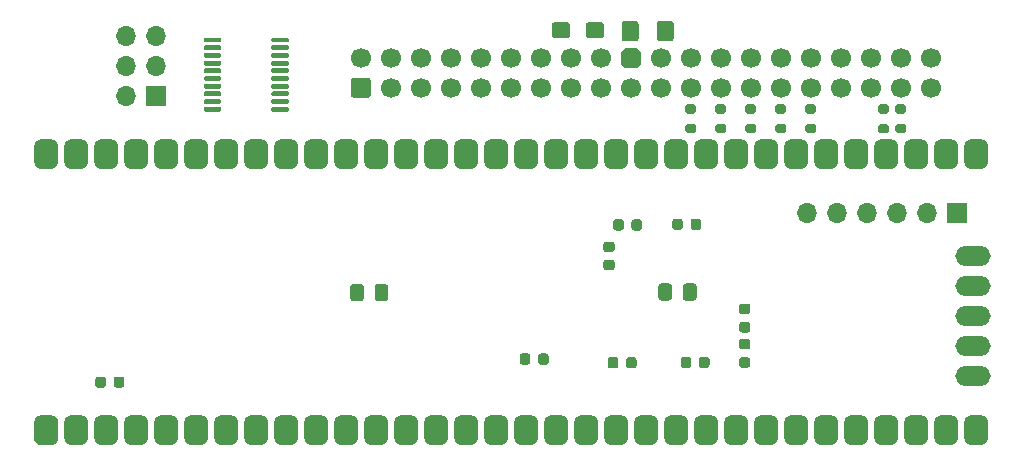
<source format=gbs>
G04 #@! TF.GenerationSoftware,KiCad,Pcbnew,9.0.1+1*
G04 #@! TF.CreationDate,2025-12-04T05:02:16+00:00*
G04 #@! TF.ProjectId,RIDE,52494445-2e6b-4696-9361-645f70636258,rev?*
G04 #@! TF.SameCoordinates,Original*
G04 #@! TF.FileFunction,Soldermask,Bot*
G04 #@! TF.FilePolarity,Negative*
%FSLAX46Y46*%
G04 Gerber Fmt 4.6, Leading zero omitted, Abs format (unit mm)*
G04 Created by KiCad (PCBNEW 9.0.1+1) date 2025-12-04 05:02:16*
%MOMM*%
%LPD*%
G01*
G04 APERTURE LIST*
%ADD10C,1.700000*%
%ADD11O,2.997200X1.676400*%
%ADD12R,1.700000X1.700000*%
%ADD13O,1.700000X1.700000*%
G04 APERTURE END LIST*
G36*
G01*
X29095601Y29893503D02*
X27895601Y29893503D01*
G75*
G02*
X27645601Y30143503I0J250000D01*
G01*
X27645601Y31343503D01*
G75*
G02*
X27895601Y31593503I250000J0D01*
G01*
X29095601Y31593503D01*
G75*
G02*
X29345601Y31343503I0J-250000D01*
G01*
X29345601Y30143503D01*
G75*
G02*
X29095601Y29893503I-250000J0D01*
G01*
G37*
D10*
X28495601Y33283503D03*
X31035601Y30743503D03*
X31035601Y33283503D03*
X33575601Y30743503D03*
X33575601Y33283503D03*
X36115601Y30743503D03*
X36115601Y33283503D03*
X38655601Y30743503D03*
X38655601Y33283503D03*
X41195601Y30743503D03*
X41195601Y33283503D03*
X43735601Y30743503D03*
X43735601Y33283503D03*
X46275601Y30743503D03*
X46275601Y33283503D03*
X48815601Y30743503D03*
X48815601Y33283503D03*
X51355601Y30743503D03*
G36*
X50845601Y32433503D02*
G01*
X50505601Y32773503D01*
X50505601Y33793503D01*
X50845601Y34133503D01*
X51865601Y34133503D01*
X52205601Y33793503D01*
X52205601Y32773503D01*
X51865601Y32433503D01*
X50845601Y32433503D01*
G37*
X53895601Y30743503D03*
X53895601Y33283503D03*
X56435601Y30743503D03*
X56435601Y33283503D03*
X58975601Y30743503D03*
X58975601Y33283503D03*
X61515601Y30743503D03*
X61515601Y33283503D03*
X64055601Y30743503D03*
X64055601Y33283503D03*
X66595601Y30743503D03*
X66595601Y33283503D03*
X69135601Y30743503D03*
X69135601Y33283503D03*
X71675601Y30743503D03*
X71675601Y33283503D03*
X74215601Y30743503D03*
X74215601Y33283503D03*
X76755601Y30743503D03*
X76755601Y33283503D03*
D11*
X80289400Y6324600D03*
X80289400Y8864600D03*
X80289400Y11404600D03*
X80289400Y13944600D03*
X80289400Y16484600D03*
D12*
X78941512Y20116800D03*
D13*
X76401512Y20116800D03*
X73861512Y20116800D03*
X71321512Y20116800D03*
X68781512Y20116800D03*
X66241512Y20116800D03*
G36*
X1253150Y509103D02*
G01*
X856910Y905343D01*
X856910Y2515703D01*
X867939Y2618287D01*
X915942Y2746989D01*
X998260Y2856953D01*
X1108224Y2939271D01*
X1236926Y2987274D01*
X1339510Y2998303D01*
X2355510Y2998303D01*
X2458094Y2987274D01*
X2586796Y2939271D01*
X2696760Y2856953D01*
X2779078Y2746989D01*
X2827081Y2618287D01*
X2838110Y2515703D01*
X2838110Y991703D01*
X2827081Y889119D01*
X2779078Y760417D01*
X2696760Y650453D01*
X2586796Y568135D01*
X2458094Y520132D01*
X2355510Y509103D01*
X1253150Y509103D01*
G37*
G36*
G01*
X4895510Y509103D02*
X3879510Y509103D01*
G75*
G02*
X3396910Y991703I0J482600D01*
G01*
X3396910Y2515703D01*
G75*
G02*
X3879510Y2998303I482600J0D01*
G01*
X4895510Y2998303D01*
G75*
G02*
X5378110Y2515703I0J-482600D01*
G01*
X5378110Y991703D01*
G75*
G02*
X4895510Y509103I-482600J0D01*
G01*
G37*
G36*
G01*
X7435510Y509103D02*
X6419510Y509103D01*
G75*
G02*
X5936910Y991703I0J482600D01*
G01*
X5936910Y2515703D01*
G75*
G02*
X6419510Y2998303I482600J0D01*
G01*
X7435510Y2998303D01*
G75*
G02*
X7918110Y2515703I0J-482600D01*
G01*
X7918110Y991703D01*
G75*
G02*
X7435510Y509103I-482600J0D01*
G01*
G37*
G36*
G01*
X9975510Y509103D02*
X8959510Y509103D01*
G75*
G02*
X8476910Y991703I0J482600D01*
G01*
X8476910Y2515703D01*
G75*
G02*
X8959510Y2998303I482600J0D01*
G01*
X9975510Y2998303D01*
G75*
G02*
X10458110Y2515703I0J-482600D01*
G01*
X10458110Y991703D01*
G75*
G02*
X9975510Y509103I-482600J0D01*
G01*
G37*
G36*
G01*
X12515510Y509103D02*
X11499510Y509103D01*
G75*
G02*
X11016910Y991703I0J482600D01*
G01*
X11016910Y2515703D01*
G75*
G02*
X11499510Y2998303I482600J0D01*
G01*
X12515510Y2998303D01*
G75*
G02*
X12998110Y2515703I0J-482600D01*
G01*
X12998110Y991703D01*
G75*
G02*
X12515510Y509103I-482600J0D01*
G01*
G37*
G36*
G01*
X15055510Y509103D02*
X14039510Y509103D01*
G75*
G02*
X13556910Y991703I0J482600D01*
G01*
X13556910Y2515703D01*
G75*
G02*
X14039510Y2998303I482600J0D01*
G01*
X15055510Y2998303D01*
G75*
G02*
X15538110Y2515703I0J-482600D01*
G01*
X15538110Y991703D01*
G75*
G02*
X15055510Y509103I-482600J0D01*
G01*
G37*
G36*
G01*
X17595510Y509103D02*
X16579510Y509103D01*
G75*
G02*
X16096910Y991703I0J482600D01*
G01*
X16096910Y2515703D01*
G75*
G02*
X16579510Y2998303I482600J0D01*
G01*
X17595510Y2998303D01*
G75*
G02*
X18078110Y2515703I0J-482600D01*
G01*
X18078110Y991703D01*
G75*
G02*
X17595510Y509103I-482600J0D01*
G01*
G37*
G36*
G01*
X20135510Y509103D02*
X19119510Y509103D01*
G75*
G02*
X18636910Y991703I0J482600D01*
G01*
X18636910Y2515703D01*
G75*
G02*
X19119510Y2998303I482600J0D01*
G01*
X20135510Y2998303D01*
G75*
G02*
X20618110Y2515703I0J-482600D01*
G01*
X20618110Y991703D01*
G75*
G02*
X20135510Y509103I-482600J0D01*
G01*
G37*
G36*
G01*
X22675510Y509103D02*
X21659510Y509103D01*
G75*
G02*
X21176910Y991703I0J482600D01*
G01*
X21176910Y2515703D01*
G75*
G02*
X21659510Y2998303I482600J0D01*
G01*
X22675510Y2998303D01*
G75*
G02*
X23158110Y2515703I0J-482600D01*
G01*
X23158110Y991703D01*
G75*
G02*
X22675510Y509103I-482600J0D01*
G01*
G37*
G36*
G01*
X25215510Y509103D02*
X24199510Y509103D01*
G75*
G02*
X23716910Y991703I0J482600D01*
G01*
X23716910Y2515703D01*
G75*
G02*
X24199510Y2998303I482600J0D01*
G01*
X25215510Y2998303D01*
G75*
G02*
X25698110Y2515703I0J-482600D01*
G01*
X25698110Y991703D01*
G75*
G02*
X25215510Y509103I-482600J0D01*
G01*
G37*
G36*
G01*
X27755510Y509103D02*
X26739510Y509103D01*
G75*
G02*
X26256910Y991703I0J482600D01*
G01*
X26256910Y2515703D01*
G75*
G02*
X26739510Y2998303I482600J0D01*
G01*
X27755510Y2998303D01*
G75*
G02*
X28238110Y2515703I0J-482600D01*
G01*
X28238110Y991703D01*
G75*
G02*
X27755510Y509103I-482600J0D01*
G01*
G37*
G36*
G01*
X30295510Y509103D02*
X29279510Y509103D01*
G75*
G02*
X28796910Y991703I0J482600D01*
G01*
X28796910Y2515703D01*
G75*
G02*
X29279510Y2998303I482600J0D01*
G01*
X30295510Y2998303D01*
G75*
G02*
X30778110Y2515703I0J-482600D01*
G01*
X30778110Y991703D01*
G75*
G02*
X30295510Y509103I-482600J0D01*
G01*
G37*
G36*
G01*
X32835510Y509103D02*
X31819510Y509103D01*
G75*
G02*
X31336910Y991703I0J482600D01*
G01*
X31336910Y2515703D01*
G75*
G02*
X31819510Y2998303I482600J0D01*
G01*
X32835510Y2998303D01*
G75*
G02*
X33318110Y2515703I0J-482600D01*
G01*
X33318110Y991703D01*
G75*
G02*
X32835510Y509103I-482600J0D01*
G01*
G37*
G36*
G01*
X35375510Y509103D02*
X34359510Y509103D01*
G75*
G02*
X33876910Y991703I0J482600D01*
G01*
X33876910Y2515703D01*
G75*
G02*
X34359510Y2998303I482600J0D01*
G01*
X35375510Y2998303D01*
G75*
G02*
X35858110Y2515703I0J-482600D01*
G01*
X35858110Y991703D01*
G75*
G02*
X35375510Y509103I-482600J0D01*
G01*
G37*
G36*
G01*
X37915510Y509103D02*
X36899510Y509103D01*
G75*
G02*
X36416910Y991703I0J482600D01*
G01*
X36416910Y2515703D01*
G75*
G02*
X36899510Y2998303I482600J0D01*
G01*
X37915510Y2998303D01*
G75*
G02*
X38398110Y2515703I0J-482600D01*
G01*
X38398110Y991703D01*
G75*
G02*
X37915510Y509103I-482600J0D01*
G01*
G37*
G36*
G01*
X40455510Y509103D02*
X39439510Y509103D01*
G75*
G02*
X38956910Y991703I0J482600D01*
G01*
X38956910Y2515703D01*
G75*
G02*
X39439510Y2998303I482600J0D01*
G01*
X40455510Y2998303D01*
G75*
G02*
X40938110Y2515703I0J-482600D01*
G01*
X40938110Y991703D01*
G75*
G02*
X40455510Y509103I-482600J0D01*
G01*
G37*
G36*
G01*
X42995510Y509103D02*
X41979510Y509103D01*
G75*
G02*
X41496910Y991703I0J482600D01*
G01*
X41496910Y2515703D01*
G75*
G02*
X41979510Y2998303I482600J0D01*
G01*
X42995510Y2998303D01*
G75*
G02*
X43478110Y2515703I0J-482600D01*
G01*
X43478110Y991703D01*
G75*
G02*
X42995510Y509103I-482600J0D01*
G01*
G37*
G36*
G01*
X45535510Y509103D02*
X44519510Y509103D01*
G75*
G02*
X44036910Y991703I0J482600D01*
G01*
X44036910Y2515703D01*
G75*
G02*
X44519510Y2998303I482600J0D01*
G01*
X45535510Y2998303D01*
G75*
G02*
X46018110Y2515703I0J-482600D01*
G01*
X46018110Y991703D01*
G75*
G02*
X45535510Y509103I-482600J0D01*
G01*
G37*
G36*
G01*
X48075510Y509103D02*
X47059510Y509103D01*
G75*
G02*
X46576910Y991703I0J482600D01*
G01*
X46576910Y2515703D01*
G75*
G02*
X47059510Y2998303I482600J0D01*
G01*
X48075510Y2998303D01*
G75*
G02*
X48558110Y2515703I0J-482600D01*
G01*
X48558110Y991703D01*
G75*
G02*
X48075510Y509103I-482600J0D01*
G01*
G37*
G36*
G01*
X50615510Y509103D02*
X49599510Y509103D01*
G75*
G02*
X49116910Y991703I0J482600D01*
G01*
X49116910Y2515703D01*
G75*
G02*
X49599510Y2998303I482600J0D01*
G01*
X50615510Y2998303D01*
G75*
G02*
X51098110Y2515703I0J-482600D01*
G01*
X51098110Y991703D01*
G75*
G02*
X50615510Y509103I-482600J0D01*
G01*
G37*
G36*
G01*
X53155510Y509103D02*
X52139510Y509103D01*
G75*
G02*
X51656910Y991703I0J482600D01*
G01*
X51656910Y2515703D01*
G75*
G02*
X52139510Y2998303I482600J0D01*
G01*
X53155510Y2998303D01*
G75*
G02*
X53638110Y2515703I0J-482600D01*
G01*
X53638110Y991703D01*
G75*
G02*
X53155510Y509103I-482600J0D01*
G01*
G37*
G36*
G01*
X55695510Y509103D02*
X54679510Y509103D01*
G75*
G02*
X54196910Y991703I0J482600D01*
G01*
X54196910Y2515703D01*
G75*
G02*
X54679510Y2998303I482600J0D01*
G01*
X55695510Y2998303D01*
G75*
G02*
X56178110Y2515703I0J-482600D01*
G01*
X56178110Y991703D01*
G75*
G02*
X55695510Y509103I-482600J0D01*
G01*
G37*
G36*
G01*
X58235510Y509103D02*
X57219510Y509103D01*
G75*
G02*
X56736910Y991703I0J482600D01*
G01*
X56736910Y2515703D01*
G75*
G02*
X57219510Y2998303I482600J0D01*
G01*
X58235510Y2998303D01*
G75*
G02*
X58718110Y2515703I0J-482600D01*
G01*
X58718110Y991703D01*
G75*
G02*
X58235510Y509103I-482600J0D01*
G01*
G37*
G36*
G01*
X60775510Y509103D02*
X59759510Y509103D01*
G75*
G02*
X59276910Y991703I0J482600D01*
G01*
X59276910Y2515703D01*
G75*
G02*
X59759510Y2998303I482600J0D01*
G01*
X60775510Y2998303D01*
G75*
G02*
X61258110Y2515703I0J-482600D01*
G01*
X61258110Y991703D01*
G75*
G02*
X60775510Y509103I-482600J0D01*
G01*
G37*
G36*
G01*
X63315510Y509103D02*
X62299510Y509103D01*
G75*
G02*
X61816910Y991703I0J482600D01*
G01*
X61816910Y2515703D01*
G75*
G02*
X62299510Y2998303I482600J0D01*
G01*
X63315510Y2998303D01*
G75*
G02*
X63798110Y2515703I0J-482600D01*
G01*
X63798110Y991703D01*
G75*
G02*
X63315510Y509103I-482600J0D01*
G01*
G37*
G36*
G01*
X65855510Y509103D02*
X64839510Y509103D01*
G75*
G02*
X64356910Y991703I0J482600D01*
G01*
X64356910Y2515703D01*
G75*
G02*
X64839510Y2998303I482600J0D01*
G01*
X65855510Y2998303D01*
G75*
G02*
X66338110Y2515703I0J-482600D01*
G01*
X66338110Y991703D01*
G75*
G02*
X65855510Y509103I-482600J0D01*
G01*
G37*
G36*
G01*
X68395510Y509103D02*
X67379510Y509103D01*
G75*
G02*
X66896910Y991703I0J482600D01*
G01*
X66896910Y2515703D01*
G75*
G02*
X67379510Y2998303I482600J0D01*
G01*
X68395510Y2998303D01*
G75*
G02*
X68878110Y2515703I0J-482600D01*
G01*
X68878110Y991703D01*
G75*
G02*
X68395510Y509103I-482600J0D01*
G01*
G37*
G36*
G01*
X70935510Y509103D02*
X69919510Y509103D01*
G75*
G02*
X69436910Y991703I0J482600D01*
G01*
X69436910Y2515703D01*
G75*
G02*
X69919510Y2998303I482600J0D01*
G01*
X70935510Y2998303D01*
G75*
G02*
X71418110Y2515703I0J-482600D01*
G01*
X71418110Y991703D01*
G75*
G02*
X70935510Y509103I-482600J0D01*
G01*
G37*
G36*
G01*
X73475510Y509103D02*
X72459510Y509103D01*
G75*
G02*
X71976910Y991703I0J482600D01*
G01*
X71976910Y2515703D01*
G75*
G02*
X72459510Y2998303I482600J0D01*
G01*
X73475510Y2998303D01*
G75*
G02*
X73958110Y2515703I0J-482600D01*
G01*
X73958110Y991703D01*
G75*
G02*
X73475510Y509103I-482600J0D01*
G01*
G37*
G36*
G01*
X76015510Y509103D02*
X74999510Y509103D01*
G75*
G02*
X74516910Y991703I0J482600D01*
G01*
X74516910Y2515703D01*
G75*
G02*
X74999510Y2998303I482600J0D01*
G01*
X76015510Y2998303D01*
G75*
G02*
X76498110Y2515703I0J-482600D01*
G01*
X76498110Y991703D01*
G75*
G02*
X76015510Y509103I-482600J0D01*
G01*
G37*
G36*
G01*
X78555510Y509103D02*
X77539510Y509103D01*
G75*
G02*
X77056910Y991703I0J482600D01*
G01*
X77056910Y2515703D01*
G75*
G02*
X77539510Y2998303I482600J0D01*
G01*
X78555510Y2998303D01*
G75*
G02*
X79038110Y2515703I0J-482600D01*
G01*
X79038110Y991703D01*
G75*
G02*
X78555510Y509103I-482600J0D01*
G01*
G37*
G36*
G01*
X81095510Y509103D02*
X80079510Y509103D01*
G75*
G02*
X79596910Y991703I0J482600D01*
G01*
X79596910Y2515703D01*
G75*
G02*
X80079510Y2998303I482600J0D01*
G01*
X81095510Y2998303D01*
G75*
G02*
X81578110Y2515703I0J-482600D01*
G01*
X81578110Y991703D01*
G75*
G02*
X81095510Y509103I-482600J0D01*
G01*
G37*
G36*
G01*
X81095510Y23877103D02*
X80079510Y23877103D01*
G75*
G02*
X79596910Y24359703I0J482600D01*
G01*
X79596910Y25883703D01*
G75*
G02*
X80079510Y26366303I482600J0D01*
G01*
X81095510Y26366303D01*
G75*
G02*
X81578110Y25883703I0J-482600D01*
G01*
X81578110Y24359703D01*
G75*
G02*
X81095510Y23877103I-482600J0D01*
G01*
G37*
G36*
G01*
X78555510Y23877103D02*
X77539510Y23877103D01*
G75*
G02*
X77056910Y24359703I0J482600D01*
G01*
X77056910Y25883703D01*
G75*
G02*
X77539510Y26366303I482600J0D01*
G01*
X78555510Y26366303D01*
G75*
G02*
X79038110Y25883703I0J-482600D01*
G01*
X79038110Y24359703D01*
G75*
G02*
X78555510Y23877103I-482600J0D01*
G01*
G37*
G36*
G01*
X76015510Y23877103D02*
X74999510Y23877103D01*
G75*
G02*
X74516910Y24359703I0J482600D01*
G01*
X74516910Y25883703D01*
G75*
G02*
X74999510Y26366303I482600J0D01*
G01*
X76015510Y26366303D01*
G75*
G02*
X76498110Y25883703I0J-482600D01*
G01*
X76498110Y24359703D01*
G75*
G02*
X76015510Y23877103I-482600J0D01*
G01*
G37*
G36*
G01*
X73475510Y23877103D02*
X72459510Y23877103D01*
G75*
G02*
X71976910Y24359703I0J482600D01*
G01*
X71976910Y25883703D01*
G75*
G02*
X72459510Y26366303I482600J0D01*
G01*
X73475510Y26366303D01*
G75*
G02*
X73958110Y25883703I0J-482600D01*
G01*
X73958110Y24359703D01*
G75*
G02*
X73475510Y23877103I-482600J0D01*
G01*
G37*
G36*
G01*
X70935510Y23877103D02*
X69919510Y23877103D01*
G75*
G02*
X69436910Y24359703I0J482600D01*
G01*
X69436910Y25883703D01*
G75*
G02*
X69919510Y26366303I482600J0D01*
G01*
X70935510Y26366303D01*
G75*
G02*
X71418110Y25883703I0J-482600D01*
G01*
X71418110Y24359703D01*
G75*
G02*
X70935510Y23877103I-482600J0D01*
G01*
G37*
G36*
G01*
X68395510Y23877103D02*
X67379510Y23877103D01*
G75*
G02*
X66896910Y24359703I0J482600D01*
G01*
X66896910Y25883703D01*
G75*
G02*
X67379510Y26366303I482600J0D01*
G01*
X68395510Y26366303D01*
G75*
G02*
X68878110Y25883703I0J-482600D01*
G01*
X68878110Y24359703D01*
G75*
G02*
X68395510Y23877103I-482600J0D01*
G01*
G37*
G36*
G01*
X65855510Y23877103D02*
X64839510Y23877103D01*
G75*
G02*
X64356910Y24359703I0J482600D01*
G01*
X64356910Y25883703D01*
G75*
G02*
X64839510Y26366303I482600J0D01*
G01*
X65855510Y26366303D01*
G75*
G02*
X66338110Y25883703I0J-482600D01*
G01*
X66338110Y24359703D01*
G75*
G02*
X65855510Y23877103I-482600J0D01*
G01*
G37*
G36*
G01*
X63315510Y23877103D02*
X62299510Y23877103D01*
G75*
G02*
X61816910Y24359703I0J482600D01*
G01*
X61816910Y25883703D01*
G75*
G02*
X62299510Y26366303I482600J0D01*
G01*
X63315510Y26366303D01*
G75*
G02*
X63798110Y25883703I0J-482600D01*
G01*
X63798110Y24359703D01*
G75*
G02*
X63315510Y23877103I-482600J0D01*
G01*
G37*
G36*
G01*
X60775510Y23877103D02*
X59759510Y23877103D01*
G75*
G02*
X59276910Y24359703I0J482600D01*
G01*
X59276910Y25883703D01*
G75*
G02*
X59759510Y26366303I482600J0D01*
G01*
X60775510Y26366303D01*
G75*
G02*
X61258110Y25883703I0J-482600D01*
G01*
X61258110Y24359703D01*
G75*
G02*
X60775510Y23877103I-482600J0D01*
G01*
G37*
G36*
G01*
X58235510Y23877103D02*
X57219510Y23877103D01*
G75*
G02*
X56736910Y24359703I0J482600D01*
G01*
X56736910Y25883703D01*
G75*
G02*
X57219510Y26366303I482600J0D01*
G01*
X58235510Y26366303D01*
G75*
G02*
X58718110Y25883703I0J-482600D01*
G01*
X58718110Y24359703D01*
G75*
G02*
X58235510Y23877103I-482600J0D01*
G01*
G37*
G36*
G01*
X55695510Y23877103D02*
X54679510Y23877103D01*
G75*
G02*
X54196910Y24359703I0J482600D01*
G01*
X54196910Y25883703D01*
G75*
G02*
X54679510Y26366303I482600J0D01*
G01*
X55695510Y26366303D01*
G75*
G02*
X56178110Y25883703I0J-482600D01*
G01*
X56178110Y24359703D01*
G75*
G02*
X55695510Y23877103I-482600J0D01*
G01*
G37*
G36*
G01*
X53155510Y23877103D02*
X52139510Y23877103D01*
G75*
G02*
X51656910Y24359703I0J482600D01*
G01*
X51656910Y25883703D01*
G75*
G02*
X52139510Y26366303I482600J0D01*
G01*
X53155510Y26366303D01*
G75*
G02*
X53638110Y25883703I0J-482600D01*
G01*
X53638110Y24359703D01*
G75*
G02*
X53155510Y23877103I-482600J0D01*
G01*
G37*
G36*
G01*
X50615510Y23877103D02*
X49599510Y23877103D01*
G75*
G02*
X49116910Y24359703I0J482600D01*
G01*
X49116910Y25883703D01*
G75*
G02*
X49599510Y26366303I482600J0D01*
G01*
X50615510Y26366303D01*
G75*
G02*
X51098110Y25883703I0J-482600D01*
G01*
X51098110Y24359703D01*
G75*
G02*
X50615510Y23877103I-482600J0D01*
G01*
G37*
G36*
G01*
X48075510Y23877103D02*
X47059510Y23877103D01*
G75*
G02*
X46576910Y24359703I0J482600D01*
G01*
X46576910Y25883703D01*
G75*
G02*
X47059510Y26366303I482600J0D01*
G01*
X48075510Y26366303D01*
G75*
G02*
X48558110Y25883703I0J-482600D01*
G01*
X48558110Y24359703D01*
G75*
G02*
X48075510Y23877103I-482600J0D01*
G01*
G37*
G36*
G01*
X45535510Y23877103D02*
X44519510Y23877103D01*
G75*
G02*
X44036910Y24359703I0J482600D01*
G01*
X44036910Y25883703D01*
G75*
G02*
X44519510Y26366303I482600J0D01*
G01*
X45535510Y26366303D01*
G75*
G02*
X46018110Y25883703I0J-482600D01*
G01*
X46018110Y24359703D01*
G75*
G02*
X45535510Y23877103I-482600J0D01*
G01*
G37*
G36*
G01*
X42995510Y23877103D02*
X41979510Y23877103D01*
G75*
G02*
X41496910Y24359703I0J482600D01*
G01*
X41496910Y25883703D01*
G75*
G02*
X41979510Y26366303I482600J0D01*
G01*
X42995510Y26366303D01*
G75*
G02*
X43478110Y25883703I0J-482600D01*
G01*
X43478110Y24359703D01*
G75*
G02*
X42995510Y23877103I-482600J0D01*
G01*
G37*
G36*
G01*
X40455510Y23877103D02*
X39439510Y23877103D01*
G75*
G02*
X38956910Y24359703I0J482600D01*
G01*
X38956910Y25883703D01*
G75*
G02*
X39439510Y26366303I482600J0D01*
G01*
X40455510Y26366303D01*
G75*
G02*
X40938110Y25883703I0J-482600D01*
G01*
X40938110Y24359703D01*
G75*
G02*
X40455510Y23877103I-482600J0D01*
G01*
G37*
G36*
G01*
X37915510Y23877103D02*
X36899510Y23877103D01*
G75*
G02*
X36416910Y24359703I0J482600D01*
G01*
X36416910Y25883703D01*
G75*
G02*
X36899510Y26366303I482600J0D01*
G01*
X37915510Y26366303D01*
G75*
G02*
X38398110Y25883703I0J-482600D01*
G01*
X38398110Y24359703D01*
G75*
G02*
X37915510Y23877103I-482600J0D01*
G01*
G37*
G36*
G01*
X35375510Y23877103D02*
X34359510Y23877103D01*
G75*
G02*
X33876910Y24359703I0J482600D01*
G01*
X33876910Y25883703D01*
G75*
G02*
X34359510Y26366303I482600J0D01*
G01*
X35375510Y26366303D01*
G75*
G02*
X35858110Y25883703I0J-482600D01*
G01*
X35858110Y24359703D01*
G75*
G02*
X35375510Y23877103I-482600J0D01*
G01*
G37*
G36*
G01*
X32835510Y23877103D02*
X31819510Y23877103D01*
G75*
G02*
X31336910Y24359703I0J482600D01*
G01*
X31336910Y25883703D01*
G75*
G02*
X31819510Y26366303I482600J0D01*
G01*
X32835510Y26366303D01*
G75*
G02*
X33318110Y25883703I0J-482600D01*
G01*
X33318110Y24359703D01*
G75*
G02*
X32835510Y23877103I-482600J0D01*
G01*
G37*
G36*
G01*
X30295510Y23877103D02*
X29279510Y23877103D01*
G75*
G02*
X28796910Y24359703I0J482600D01*
G01*
X28796910Y25883703D01*
G75*
G02*
X29279510Y26366303I482600J0D01*
G01*
X30295510Y26366303D01*
G75*
G02*
X30778110Y25883703I0J-482600D01*
G01*
X30778110Y24359703D01*
G75*
G02*
X30295510Y23877103I-482600J0D01*
G01*
G37*
G36*
G01*
X27755510Y23877103D02*
X26739510Y23877103D01*
G75*
G02*
X26256910Y24359703I0J482600D01*
G01*
X26256910Y25883703D01*
G75*
G02*
X26739510Y26366303I482600J0D01*
G01*
X27755510Y26366303D01*
G75*
G02*
X28238110Y25883703I0J-482600D01*
G01*
X28238110Y24359703D01*
G75*
G02*
X27755510Y23877103I-482600J0D01*
G01*
G37*
G36*
G01*
X25215510Y23877103D02*
X24199510Y23877103D01*
G75*
G02*
X23716910Y24359703I0J482600D01*
G01*
X23716910Y25883703D01*
G75*
G02*
X24199510Y26366303I482600J0D01*
G01*
X25215510Y26366303D01*
G75*
G02*
X25698110Y25883703I0J-482600D01*
G01*
X25698110Y24359703D01*
G75*
G02*
X25215510Y23877103I-482600J0D01*
G01*
G37*
G36*
G01*
X22675510Y23877103D02*
X21659510Y23877103D01*
G75*
G02*
X21176910Y24359703I0J482600D01*
G01*
X21176910Y25883703D01*
G75*
G02*
X21659510Y26366303I482600J0D01*
G01*
X22675510Y26366303D01*
G75*
G02*
X23158110Y25883703I0J-482600D01*
G01*
X23158110Y24359703D01*
G75*
G02*
X22675510Y23877103I-482600J0D01*
G01*
G37*
G36*
G01*
X20135510Y23877103D02*
X19119510Y23877103D01*
G75*
G02*
X18636910Y24359703I0J482600D01*
G01*
X18636910Y25883703D01*
G75*
G02*
X19119510Y26366303I482600J0D01*
G01*
X20135510Y26366303D01*
G75*
G02*
X20618110Y25883703I0J-482600D01*
G01*
X20618110Y24359703D01*
G75*
G02*
X20135510Y23877103I-482600J0D01*
G01*
G37*
G36*
G01*
X17595510Y23877103D02*
X16579510Y23877103D01*
G75*
G02*
X16096910Y24359703I0J482600D01*
G01*
X16096910Y25883703D01*
G75*
G02*
X16579510Y26366303I482600J0D01*
G01*
X17595510Y26366303D01*
G75*
G02*
X18078110Y25883703I0J-482600D01*
G01*
X18078110Y24359703D01*
G75*
G02*
X17595510Y23877103I-482600J0D01*
G01*
G37*
G36*
G01*
X15055510Y23877103D02*
X14039510Y23877103D01*
G75*
G02*
X13556910Y24359703I0J482600D01*
G01*
X13556910Y25883703D01*
G75*
G02*
X14039510Y26366303I482600J0D01*
G01*
X15055510Y26366303D01*
G75*
G02*
X15538110Y25883703I0J-482600D01*
G01*
X15538110Y24359703D01*
G75*
G02*
X15055510Y23877103I-482600J0D01*
G01*
G37*
G36*
G01*
X12515510Y23877103D02*
X11499510Y23877103D01*
G75*
G02*
X11016910Y24359703I0J482600D01*
G01*
X11016910Y25883703D01*
G75*
G02*
X11499510Y26366303I482600J0D01*
G01*
X12515510Y26366303D01*
G75*
G02*
X12998110Y25883703I0J-482600D01*
G01*
X12998110Y24359703D01*
G75*
G02*
X12515510Y23877103I-482600J0D01*
G01*
G37*
G36*
G01*
X9975510Y23877103D02*
X8959510Y23877103D01*
G75*
G02*
X8476910Y24359703I0J482600D01*
G01*
X8476910Y25883703D01*
G75*
G02*
X8959510Y26366303I482600J0D01*
G01*
X9975510Y26366303D01*
G75*
G02*
X10458110Y25883703I0J-482600D01*
G01*
X10458110Y24359703D01*
G75*
G02*
X9975510Y23877103I-482600J0D01*
G01*
G37*
G36*
G01*
X7435510Y23877103D02*
X6419510Y23877103D01*
G75*
G02*
X5936910Y24359703I0J482600D01*
G01*
X5936910Y25883703D01*
G75*
G02*
X6419510Y26366303I482600J0D01*
G01*
X7435510Y26366303D01*
G75*
G02*
X7918110Y25883703I0J-482600D01*
G01*
X7918110Y24359703D01*
G75*
G02*
X7435510Y23877103I-482600J0D01*
G01*
G37*
G36*
G01*
X4895510Y23877103D02*
X3879510Y23877103D01*
G75*
G02*
X3396910Y24359703I0J482600D01*
G01*
X3396910Y25883703D01*
G75*
G02*
X3879510Y26366303I482600J0D01*
G01*
X4895510Y26366303D01*
G75*
G02*
X5378110Y25883703I0J-482600D01*
G01*
X5378110Y24359703D01*
G75*
G02*
X4895510Y23877103I-482600J0D01*
G01*
G37*
G36*
G01*
X2355510Y23877103D02*
X1339510Y23877103D01*
G75*
G02*
X856910Y24359703I0J482600D01*
G01*
X856910Y25883703D01*
G75*
G02*
X1339510Y26366303I482600J0D01*
G01*
X2355510Y26366303D01*
G75*
G02*
X2838110Y25883703I0J-482600D01*
G01*
X2838110Y24359703D01*
G75*
G02*
X2355510Y23877103I-482600J0D01*
G01*
G37*
D12*
X11155600Y30063200D03*
D13*
X8615600Y30063200D03*
X11155600Y32603200D03*
X8615600Y32603200D03*
X11155600Y35143200D03*
X8615600Y35143200D03*
G36*
G01*
X63771405Y29337800D02*
X64321405Y29337800D01*
G75*
G02*
X64521405Y29137800I0J-200000D01*
G01*
X64521405Y28737800D01*
G75*
G02*
X64321405Y28537800I-200000J0D01*
G01*
X63771405Y28537800D01*
G75*
G02*
X63571405Y28737800I0J200000D01*
G01*
X63571405Y29137800D01*
G75*
G02*
X63771405Y29337800I200000J0D01*
G01*
G37*
G36*
G01*
X63771405Y27687800D02*
X64321405Y27687800D01*
G75*
G02*
X64521405Y27487800I0J-200000D01*
G01*
X64521405Y27087800D01*
G75*
G02*
X64321405Y26887800I-200000J0D01*
G01*
X63771405Y26887800D01*
G75*
G02*
X63571405Y27087800I0J200000D01*
G01*
X63571405Y27487800D01*
G75*
G02*
X63771405Y27687800I200000J0D01*
G01*
G37*
G36*
G01*
X6014000Y5566600D02*
X6014000Y6066600D01*
G75*
G02*
X6239000Y6291600I225000J0D01*
G01*
X6689000Y6291600D01*
G75*
G02*
X6914000Y6066600I0J-225000D01*
G01*
X6914000Y5566600D01*
G75*
G02*
X6689000Y5341600I-225000J0D01*
G01*
X6239000Y5341600D01*
G75*
G02*
X6014000Y5566600I0J225000D01*
G01*
G37*
G36*
G01*
X7564000Y5566600D02*
X7564000Y6066600D01*
G75*
G02*
X7789000Y6291600I225000J0D01*
G01*
X8239000Y6291600D01*
G75*
G02*
X8464000Y6066600I0J-225000D01*
G01*
X8464000Y5566600D01*
G75*
G02*
X8239000Y5341600I-225000J0D01*
G01*
X7789000Y5341600D01*
G75*
G02*
X7564000Y5566600I0J225000D01*
G01*
G37*
G36*
G01*
X44405000Y8022400D02*
X44405000Y7522400D01*
G75*
G02*
X44180000Y7297400I-225000J0D01*
G01*
X43730000Y7297400D01*
G75*
G02*
X43505000Y7522400I0J225000D01*
G01*
X43505000Y8022400D01*
G75*
G02*
X43730000Y8247400I225000J0D01*
G01*
X44180000Y8247400D01*
G75*
G02*
X44405000Y8022400I0J-225000D01*
G01*
G37*
G36*
G01*
X42855000Y8022400D02*
X42855000Y7522400D01*
G75*
G02*
X42630000Y7297400I-225000J0D01*
G01*
X42180000Y7297400D01*
G75*
G02*
X41955000Y7522400I0J225000D01*
G01*
X41955000Y8022400D01*
G75*
G02*
X42180000Y8247400I225000J0D01*
G01*
X42630000Y8247400D01*
G75*
G02*
X42855000Y8022400I0J-225000D01*
G01*
G37*
G36*
G01*
X49395398Y7211203D02*
X49395398Y7711203D01*
G75*
G02*
X49620398Y7936203I225000J0D01*
G01*
X50070398Y7936203D01*
G75*
G02*
X50295398Y7711203I0J-225000D01*
G01*
X50295398Y7211203D01*
G75*
G02*
X50070398Y6986203I-225000J0D01*
G01*
X49620398Y6986203D01*
G75*
G02*
X49395398Y7211203I0J225000D01*
G01*
G37*
G36*
G01*
X50945398Y7211203D02*
X50945398Y7711203D01*
G75*
G02*
X51170398Y7936203I225000J0D01*
G01*
X51620398Y7936203D01*
G75*
G02*
X51845398Y7711203I0J-225000D01*
G01*
X51845398Y7211203D01*
G75*
G02*
X51620398Y6986203I-225000J0D01*
G01*
X51170398Y6986203D01*
G75*
G02*
X50945398Y7211203I0J225000D01*
G01*
G37*
G36*
G01*
X58691405Y29337800D02*
X59241405Y29337800D01*
G75*
G02*
X59441405Y29137800I0J-200000D01*
G01*
X59441405Y28737800D01*
G75*
G02*
X59241405Y28537800I-200000J0D01*
G01*
X58691405Y28537800D01*
G75*
G02*
X58491405Y28737800I0J200000D01*
G01*
X58491405Y29137800D01*
G75*
G02*
X58691405Y29337800I200000J0D01*
G01*
G37*
G36*
G01*
X58691405Y27687800D02*
X59241405Y27687800D01*
G75*
G02*
X59441405Y27487800I0J-200000D01*
G01*
X59441405Y27087800D01*
G75*
G02*
X59241405Y26887800I-200000J0D01*
G01*
X58691405Y26887800D01*
G75*
G02*
X58491405Y27087800I0J200000D01*
G01*
X58491405Y27487800D01*
G75*
G02*
X58691405Y27687800I200000J0D01*
G01*
G37*
G36*
G01*
X49096300Y36035800D02*
X49096300Y35185800D01*
G75*
G02*
X48846300Y34935800I-250000J0D01*
G01*
X47771300Y34935800D01*
G75*
G02*
X47521300Y35185800I0J250000D01*
G01*
X47521300Y36035800D01*
G75*
G02*
X47771300Y36285800I250000J0D01*
G01*
X48846300Y36285800D01*
G75*
G02*
X49096300Y36035800I0J-250000D01*
G01*
G37*
G36*
G01*
X46221300Y36035800D02*
X46221300Y35185800D01*
G75*
G02*
X45971300Y34935800I-250000J0D01*
G01*
X44896300Y34935800D01*
G75*
G02*
X44646300Y35185800I0J250000D01*
G01*
X44646300Y36035800D01*
G75*
G02*
X44896300Y36285800I250000J0D01*
G01*
X45971300Y36285800D01*
G75*
G02*
X46221300Y36035800I0J-250000D01*
G01*
G37*
G36*
G01*
X27583004Y12921503D02*
X27583004Y13871503D01*
G75*
G02*
X27833004Y14121503I250000J0D01*
G01*
X28508004Y14121503D01*
G75*
G02*
X28758004Y13871503I0J-250000D01*
G01*
X28758004Y12921503D01*
G75*
G02*
X28508004Y12671503I-250000J0D01*
G01*
X27833004Y12671503D01*
G75*
G02*
X27583004Y12921503I0J250000D01*
G01*
G37*
G36*
G01*
X29658004Y12921503D02*
X29658004Y13871503D01*
G75*
G02*
X29908004Y14121503I250000J0D01*
G01*
X30583004Y14121503D01*
G75*
G02*
X30833004Y13871503I0J-250000D01*
G01*
X30833004Y12921503D01*
G75*
G02*
X30583004Y12671503I-250000J0D01*
G01*
X29908004Y12671503D01*
G75*
G02*
X29658004Y12921503I0J250000D01*
G01*
G37*
G36*
G01*
X54861998Y18929403D02*
X54861998Y19429403D01*
G75*
G02*
X55086998Y19654403I225000J0D01*
G01*
X55536998Y19654403D01*
G75*
G02*
X55761998Y19429403I0J-225000D01*
G01*
X55761998Y18929403D01*
G75*
G02*
X55536998Y18704403I-225000J0D01*
G01*
X55086998Y18704403D01*
G75*
G02*
X54861998Y18929403I0J225000D01*
G01*
G37*
G36*
G01*
X56411998Y18929403D02*
X56411998Y19429403D01*
G75*
G02*
X56636998Y19654403I225000J0D01*
G01*
X57086998Y19654403D01*
G75*
G02*
X57311998Y19429403I0J-225000D01*
G01*
X57311998Y18929403D01*
G75*
G02*
X57086998Y18704403I-225000J0D01*
G01*
X56636998Y18704403D01*
G75*
G02*
X56411998Y18929403I0J225000D01*
G01*
G37*
G36*
G01*
X56151405Y29337800D02*
X56701405Y29337800D01*
G75*
G02*
X56901405Y29137800I0J-200000D01*
G01*
X56901405Y28737800D01*
G75*
G02*
X56701405Y28537800I-200000J0D01*
G01*
X56151405Y28537800D01*
G75*
G02*
X55951405Y28737800I0J200000D01*
G01*
X55951405Y29137800D01*
G75*
G02*
X56151405Y29337800I200000J0D01*
G01*
G37*
G36*
G01*
X56151405Y27687800D02*
X56701405Y27687800D01*
G75*
G02*
X56901405Y27487800I0J-200000D01*
G01*
X56901405Y27087800D01*
G75*
G02*
X56701405Y26887800I-200000J0D01*
G01*
X56151405Y26887800D01*
G75*
G02*
X55951405Y27087800I0J200000D01*
G01*
X55951405Y27487800D01*
G75*
G02*
X56151405Y27687800I200000J0D01*
G01*
G37*
G36*
G01*
X61246010Y10018810D02*
X60746010Y10018810D01*
G75*
G02*
X60521010Y10243810I0J225000D01*
G01*
X60521010Y10693810D01*
G75*
G02*
X60746010Y10918810I225000J0D01*
G01*
X61246010Y10918810D01*
G75*
G02*
X61471010Y10693810I0J-225000D01*
G01*
X61471010Y10243810D01*
G75*
G02*
X61246010Y10018810I-225000J0D01*
G01*
G37*
G36*
G01*
X61246010Y11568810D02*
X60746010Y11568810D01*
G75*
G02*
X60521010Y11793810I0J225000D01*
G01*
X60521010Y12243810D01*
G75*
G02*
X60746010Y12468810I225000J0D01*
G01*
X61246010Y12468810D01*
G75*
G02*
X61471010Y12243810I0J-225000D01*
G01*
X61471010Y11793810D01*
G75*
G02*
X61246010Y11568810I-225000J0D01*
G01*
G37*
G36*
G01*
X73943800Y29337800D02*
X74493800Y29337800D01*
G75*
G02*
X74693800Y29137800I0J-200000D01*
G01*
X74693800Y28737800D01*
G75*
G02*
X74493800Y28537800I-200000J0D01*
G01*
X73943800Y28537800D01*
G75*
G02*
X73743800Y28737800I0J200000D01*
G01*
X73743800Y29137800D01*
G75*
G02*
X73943800Y29337800I200000J0D01*
G01*
G37*
G36*
G01*
X73943800Y27687800D02*
X74493800Y27687800D01*
G75*
G02*
X74693800Y27487800I0J-200000D01*
G01*
X74693800Y27087800D01*
G75*
G02*
X74493800Y26887800I-200000J0D01*
G01*
X73943800Y26887800D01*
G75*
G02*
X73743800Y27087800I0J200000D01*
G01*
X73743800Y27487800D01*
G75*
G02*
X73943800Y27687800I200000J0D01*
G01*
G37*
G36*
G01*
X61231405Y29337800D02*
X61781405Y29337800D01*
G75*
G02*
X61981405Y29137800I0J-200000D01*
G01*
X61981405Y28737800D01*
G75*
G02*
X61781405Y28537800I-200000J0D01*
G01*
X61231405Y28537800D01*
G75*
G02*
X61031405Y28737800I0J200000D01*
G01*
X61031405Y29137800D01*
G75*
G02*
X61231405Y29337800I200000J0D01*
G01*
G37*
G36*
G01*
X61231405Y27687800D02*
X61781405Y27687800D01*
G75*
G02*
X61981405Y27487800I0J-200000D01*
G01*
X61981405Y27087800D01*
G75*
G02*
X61781405Y26887800I-200000J0D01*
G01*
X61231405Y26887800D01*
G75*
G02*
X61031405Y27087800I0J200000D01*
G01*
X61031405Y27487800D01*
G75*
G02*
X61231405Y27687800I200000J0D01*
G01*
G37*
G36*
G01*
X54981200Y36159599D02*
X54981200Y34909601D01*
G75*
G02*
X54731199Y34659600I-250001J0D01*
G01*
X53806201Y34659600D01*
G75*
G02*
X53556200Y34909601I0J250001D01*
G01*
X53556200Y36159599D01*
G75*
G02*
X53806201Y36409600I250001J0D01*
G01*
X54731199Y36409600D01*
G75*
G02*
X54981200Y36159599I0J-250001D01*
G01*
G37*
G36*
G01*
X52006200Y36159599D02*
X52006200Y34909601D01*
G75*
G02*
X51756199Y34659600I-250001J0D01*
G01*
X50831201Y34659600D01*
G75*
G02*
X50581200Y34909601I0J250001D01*
G01*
X50581200Y36159599D01*
G75*
G02*
X50831201Y36409600I250001J0D01*
G01*
X51756199Y36409600D01*
G75*
G02*
X52006200Y36159599I0J-250001D01*
G01*
G37*
G36*
G01*
X66311405Y29337800D02*
X66861405Y29337800D01*
G75*
G02*
X67061405Y29137800I0J-200000D01*
G01*
X67061405Y28737800D01*
G75*
G02*
X66861405Y28537800I-200000J0D01*
G01*
X66311405Y28537800D01*
G75*
G02*
X66111405Y28737800I0J200000D01*
G01*
X66111405Y29137800D01*
G75*
G02*
X66311405Y29337800I200000J0D01*
G01*
G37*
G36*
G01*
X66311405Y27687800D02*
X66861405Y27687800D01*
G75*
G02*
X67061405Y27487800I0J-200000D01*
G01*
X67061405Y27087800D01*
G75*
G02*
X66861405Y26887800I-200000J0D01*
G01*
X66311405Y26887800D01*
G75*
G02*
X66111405Y27087800I0J200000D01*
G01*
X66111405Y27487800D01*
G75*
G02*
X66311405Y27687800I200000J0D01*
G01*
G37*
G36*
G01*
X49861998Y18878603D02*
X49861998Y19378603D01*
G75*
G02*
X50086998Y19603603I225000J0D01*
G01*
X50536998Y19603603D01*
G75*
G02*
X50761998Y19378603I0J-225000D01*
G01*
X50761998Y18878603D01*
G75*
G02*
X50536998Y18653603I-225000J0D01*
G01*
X50086998Y18653603D01*
G75*
G02*
X49861998Y18878603I0J225000D01*
G01*
G37*
G36*
G01*
X51411998Y18878603D02*
X51411998Y19378603D01*
G75*
G02*
X51636998Y19603603I225000J0D01*
G01*
X52086998Y19603603D01*
G75*
G02*
X52311998Y19378603I0J-225000D01*
G01*
X52311998Y18878603D01*
G75*
G02*
X52086998Y18653603I-225000J0D01*
G01*
X51636998Y18653603D01*
G75*
G02*
X51411998Y18878603I0J225000D01*
G01*
G37*
G36*
G01*
X61246410Y7034010D02*
X60746410Y7034010D01*
G75*
G02*
X60521410Y7259010I0J225000D01*
G01*
X60521410Y7709010D01*
G75*
G02*
X60746410Y7934010I225000J0D01*
G01*
X61246410Y7934010D01*
G75*
G02*
X61471410Y7709010I0J-225000D01*
G01*
X61471410Y7259010D01*
G75*
G02*
X61246410Y7034010I-225000J0D01*
G01*
G37*
G36*
G01*
X61246410Y8584010D02*
X60746410Y8584010D01*
G75*
G02*
X60521410Y8809010I0J225000D01*
G01*
X60521410Y9259010D01*
G75*
G02*
X60746410Y9484010I225000J0D01*
G01*
X61246410Y9484010D01*
G75*
G02*
X61471410Y9259010I0J-225000D01*
G01*
X61471410Y8809010D01*
G75*
G02*
X61246410Y8584010I-225000J0D01*
G01*
G37*
G36*
G01*
X53674600Y12972303D02*
X53674600Y13922303D01*
G75*
G02*
X53924600Y14172303I250000J0D01*
G01*
X54599600Y14172303D01*
G75*
G02*
X54849600Y13922303I0J-250000D01*
G01*
X54849600Y12972303D01*
G75*
G02*
X54599600Y12722303I-250000J0D01*
G01*
X53924600Y12722303D01*
G75*
G02*
X53674600Y12972303I0J250000D01*
G01*
G37*
G36*
G01*
X55749600Y12972303D02*
X55749600Y13922303D01*
G75*
G02*
X55999600Y14172303I250000J0D01*
G01*
X56674600Y14172303D01*
G75*
G02*
X56924600Y13922303I0J-250000D01*
G01*
X56924600Y12972303D01*
G75*
G02*
X56674600Y12722303I-250000J0D01*
G01*
X55999600Y12722303D01*
G75*
G02*
X55749600Y12972303I0J250000D01*
G01*
G37*
G36*
G01*
X49252798Y17725900D02*
X49752798Y17725900D01*
G75*
G02*
X49977798Y17500900I0J-225000D01*
G01*
X49977798Y17050900D01*
G75*
G02*
X49752798Y16825900I-225000J0D01*
G01*
X49252798Y16825900D01*
G75*
G02*
X49027798Y17050900I0J225000D01*
G01*
X49027798Y17500900D01*
G75*
G02*
X49252798Y17725900I225000J0D01*
G01*
G37*
G36*
G01*
X49252798Y16175900D02*
X49752798Y16175900D01*
G75*
G02*
X49977798Y15950900I0J-225000D01*
G01*
X49977798Y15500900D01*
G75*
G02*
X49752798Y15275900I-225000J0D01*
G01*
X49252798Y15275900D01*
G75*
G02*
X49027798Y15500900I0J225000D01*
G01*
X49027798Y15950900D01*
G75*
G02*
X49252798Y16175900I225000J0D01*
G01*
G37*
G36*
G01*
X22392801Y34876604D02*
X22392801Y34676604D01*
G75*
G02*
X22292801Y34576604I-100000J0D01*
G01*
X21017801Y34576604D01*
G75*
G02*
X20917801Y34676604I0J100000D01*
G01*
X20917801Y34876604D01*
G75*
G02*
X21017801Y34976604I100000J0D01*
G01*
X22292801Y34976604D01*
G75*
G02*
X22392801Y34876604I0J-100000D01*
G01*
G37*
G36*
G01*
X22392801Y34226604D02*
X22392801Y34026604D01*
G75*
G02*
X22292801Y33926604I-100000J0D01*
G01*
X21017801Y33926604D01*
G75*
G02*
X20917801Y34026604I0J100000D01*
G01*
X20917801Y34226604D01*
G75*
G02*
X21017801Y34326604I100000J0D01*
G01*
X22292801Y34326604D01*
G75*
G02*
X22392801Y34226604I0J-100000D01*
G01*
G37*
G36*
G01*
X22392801Y33576604D02*
X22392801Y33376604D01*
G75*
G02*
X22292801Y33276604I-100000J0D01*
G01*
X21017801Y33276604D01*
G75*
G02*
X20917801Y33376604I0J100000D01*
G01*
X20917801Y33576604D01*
G75*
G02*
X21017801Y33676604I100000J0D01*
G01*
X22292801Y33676604D01*
G75*
G02*
X22392801Y33576604I0J-100000D01*
G01*
G37*
G36*
G01*
X22392801Y32926604D02*
X22392801Y32726604D01*
G75*
G02*
X22292801Y32626604I-100000J0D01*
G01*
X21017801Y32626604D01*
G75*
G02*
X20917801Y32726604I0J100000D01*
G01*
X20917801Y32926604D01*
G75*
G02*
X21017801Y33026604I100000J0D01*
G01*
X22292801Y33026604D01*
G75*
G02*
X22392801Y32926604I0J-100000D01*
G01*
G37*
G36*
G01*
X22392801Y32276604D02*
X22392801Y32076604D01*
G75*
G02*
X22292801Y31976604I-100000J0D01*
G01*
X21017801Y31976604D01*
G75*
G02*
X20917801Y32076604I0J100000D01*
G01*
X20917801Y32276604D01*
G75*
G02*
X21017801Y32376604I100000J0D01*
G01*
X22292801Y32376604D01*
G75*
G02*
X22392801Y32276604I0J-100000D01*
G01*
G37*
G36*
G01*
X22392801Y31626604D02*
X22392801Y31426604D01*
G75*
G02*
X22292801Y31326604I-100000J0D01*
G01*
X21017801Y31326604D01*
G75*
G02*
X20917801Y31426604I0J100000D01*
G01*
X20917801Y31626604D01*
G75*
G02*
X21017801Y31726604I100000J0D01*
G01*
X22292801Y31726604D01*
G75*
G02*
X22392801Y31626604I0J-100000D01*
G01*
G37*
G36*
G01*
X22392801Y30976604D02*
X22392801Y30776604D01*
G75*
G02*
X22292801Y30676604I-100000J0D01*
G01*
X21017801Y30676604D01*
G75*
G02*
X20917801Y30776604I0J100000D01*
G01*
X20917801Y30976604D01*
G75*
G02*
X21017801Y31076604I100000J0D01*
G01*
X22292801Y31076604D01*
G75*
G02*
X22392801Y30976604I0J-100000D01*
G01*
G37*
G36*
G01*
X22392801Y30326604D02*
X22392801Y30126604D01*
G75*
G02*
X22292801Y30026604I-100000J0D01*
G01*
X21017801Y30026604D01*
G75*
G02*
X20917801Y30126604I0J100000D01*
G01*
X20917801Y30326604D01*
G75*
G02*
X21017801Y30426604I100000J0D01*
G01*
X22292801Y30426604D01*
G75*
G02*
X22392801Y30326604I0J-100000D01*
G01*
G37*
G36*
G01*
X22392801Y29676604D02*
X22392801Y29476604D01*
G75*
G02*
X22292801Y29376604I-100000J0D01*
G01*
X21017801Y29376604D01*
G75*
G02*
X20917801Y29476604I0J100000D01*
G01*
X20917801Y29676604D01*
G75*
G02*
X21017801Y29776604I100000J0D01*
G01*
X22292801Y29776604D01*
G75*
G02*
X22392801Y29676604I0J-100000D01*
G01*
G37*
G36*
G01*
X22392801Y29026604D02*
X22392801Y28826604D01*
G75*
G02*
X22292801Y28726604I-100000J0D01*
G01*
X21017801Y28726604D01*
G75*
G02*
X20917801Y28826604I0J100000D01*
G01*
X20917801Y29026604D01*
G75*
G02*
X21017801Y29126604I100000J0D01*
G01*
X22292801Y29126604D01*
G75*
G02*
X22392801Y29026604I0J-100000D01*
G01*
G37*
G36*
G01*
X16667801Y29026604D02*
X16667801Y28826604D01*
G75*
G02*
X16567801Y28726604I-100000J0D01*
G01*
X15292801Y28726604D01*
G75*
G02*
X15192801Y28826604I0J100000D01*
G01*
X15192801Y29026604D01*
G75*
G02*
X15292801Y29126604I100000J0D01*
G01*
X16567801Y29126604D01*
G75*
G02*
X16667801Y29026604I0J-100000D01*
G01*
G37*
G36*
G01*
X16667801Y29676604D02*
X16667801Y29476604D01*
G75*
G02*
X16567801Y29376604I-100000J0D01*
G01*
X15292801Y29376604D01*
G75*
G02*
X15192801Y29476604I0J100000D01*
G01*
X15192801Y29676604D01*
G75*
G02*
X15292801Y29776604I100000J0D01*
G01*
X16567801Y29776604D01*
G75*
G02*
X16667801Y29676604I0J-100000D01*
G01*
G37*
G36*
G01*
X16667801Y30326604D02*
X16667801Y30126604D01*
G75*
G02*
X16567801Y30026604I-100000J0D01*
G01*
X15292801Y30026604D01*
G75*
G02*
X15192801Y30126604I0J100000D01*
G01*
X15192801Y30326604D01*
G75*
G02*
X15292801Y30426604I100000J0D01*
G01*
X16567801Y30426604D01*
G75*
G02*
X16667801Y30326604I0J-100000D01*
G01*
G37*
G36*
G01*
X16667801Y30976604D02*
X16667801Y30776604D01*
G75*
G02*
X16567801Y30676604I-100000J0D01*
G01*
X15292801Y30676604D01*
G75*
G02*
X15192801Y30776604I0J100000D01*
G01*
X15192801Y30976604D01*
G75*
G02*
X15292801Y31076604I100000J0D01*
G01*
X16567801Y31076604D01*
G75*
G02*
X16667801Y30976604I0J-100000D01*
G01*
G37*
G36*
G01*
X16667801Y31626604D02*
X16667801Y31426604D01*
G75*
G02*
X16567801Y31326604I-100000J0D01*
G01*
X15292801Y31326604D01*
G75*
G02*
X15192801Y31426604I0J100000D01*
G01*
X15192801Y31626604D01*
G75*
G02*
X15292801Y31726604I100000J0D01*
G01*
X16567801Y31726604D01*
G75*
G02*
X16667801Y31626604I0J-100000D01*
G01*
G37*
G36*
G01*
X16667801Y32276604D02*
X16667801Y32076604D01*
G75*
G02*
X16567801Y31976604I-100000J0D01*
G01*
X15292801Y31976604D01*
G75*
G02*
X15192801Y32076604I0J100000D01*
G01*
X15192801Y32276604D01*
G75*
G02*
X15292801Y32376604I100000J0D01*
G01*
X16567801Y32376604D01*
G75*
G02*
X16667801Y32276604I0J-100000D01*
G01*
G37*
G36*
G01*
X16667801Y32926604D02*
X16667801Y32726604D01*
G75*
G02*
X16567801Y32626604I-100000J0D01*
G01*
X15292801Y32626604D01*
G75*
G02*
X15192801Y32726604I0J100000D01*
G01*
X15192801Y32926604D01*
G75*
G02*
X15292801Y33026604I100000J0D01*
G01*
X16567801Y33026604D01*
G75*
G02*
X16667801Y32926604I0J-100000D01*
G01*
G37*
G36*
G01*
X16667801Y33576604D02*
X16667801Y33376604D01*
G75*
G02*
X16567801Y33276604I-100000J0D01*
G01*
X15292801Y33276604D01*
G75*
G02*
X15192801Y33376604I0J100000D01*
G01*
X15192801Y33576604D01*
G75*
G02*
X15292801Y33676604I100000J0D01*
G01*
X16567801Y33676604D01*
G75*
G02*
X16667801Y33576604I0J-100000D01*
G01*
G37*
G36*
G01*
X16667801Y34226604D02*
X16667801Y34026604D01*
G75*
G02*
X16567801Y33926604I-100000J0D01*
G01*
X15292801Y33926604D01*
G75*
G02*
X15192801Y34026604I0J100000D01*
G01*
X15192801Y34226604D01*
G75*
G02*
X15292801Y34326604I100000J0D01*
G01*
X16567801Y34326604D01*
G75*
G02*
X16667801Y34226604I0J-100000D01*
G01*
G37*
G36*
G01*
X16667801Y34876604D02*
X16667801Y34676604D01*
G75*
G02*
X16567801Y34576604I-100000J0D01*
G01*
X15292801Y34576604D01*
G75*
G02*
X15192801Y34676604I0J100000D01*
G01*
X15192801Y34876604D01*
G75*
G02*
X15292801Y34976604I100000J0D01*
G01*
X16567801Y34976604D01*
G75*
G02*
X16667801Y34876604I0J-100000D01*
G01*
G37*
G36*
G01*
X55567598Y7236603D02*
X55567598Y7736603D01*
G75*
G02*
X55792598Y7961603I225000J0D01*
G01*
X56242598Y7961603D01*
G75*
G02*
X56467598Y7736603I0J-225000D01*
G01*
X56467598Y7236603D01*
G75*
G02*
X56242598Y7011603I-225000J0D01*
G01*
X55792598Y7011603D01*
G75*
G02*
X55567598Y7236603I0J225000D01*
G01*
G37*
G36*
G01*
X57117598Y7236603D02*
X57117598Y7736603D01*
G75*
G02*
X57342598Y7961603I225000J0D01*
G01*
X57792598Y7961603D01*
G75*
G02*
X58017598Y7736603I0J-225000D01*
G01*
X58017598Y7236603D01*
G75*
G02*
X57792598Y7011603I-225000J0D01*
G01*
X57342598Y7011603D01*
G75*
G02*
X57117598Y7236603I0J225000D01*
G01*
G37*
G36*
G01*
X72470600Y29337800D02*
X73020600Y29337800D01*
G75*
G02*
X73220600Y29137800I0J-200000D01*
G01*
X73220600Y28737800D01*
G75*
G02*
X73020600Y28537800I-200000J0D01*
G01*
X72470600Y28537800D01*
G75*
G02*
X72270600Y28737800I0J200000D01*
G01*
X72270600Y29137800D01*
G75*
G02*
X72470600Y29337800I200000J0D01*
G01*
G37*
G36*
G01*
X72470600Y27687800D02*
X73020600Y27687800D01*
G75*
G02*
X73220600Y27487800I0J-200000D01*
G01*
X73220600Y27087800D01*
G75*
G02*
X73020600Y26887800I-200000J0D01*
G01*
X72470600Y26887800D01*
G75*
G02*
X72270600Y27087800I0J200000D01*
G01*
X72270600Y27487800D01*
G75*
G02*
X72470600Y27687800I200000J0D01*
G01*
G37*
M02*

</source>
